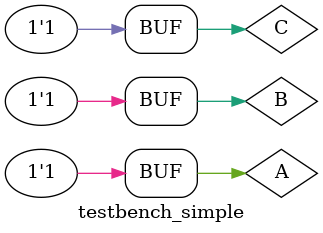
<source format=sv>
`timescale 1ns / 1ps


module testbench_simple();
    
    logic A, B, C;
    logic X, Y, Z;
    
    logica_simple DUT(
        .A(A),
        .B(B),
        .C(C),
        .X(X),
        .Y(Y),
        .Z(Z)
        );
        
    initial begin
        A = 1'b0;
        B = 1'b0;
        C = 1'b0;
        #3
        A = 1'b1;
        #6
        B = 1'b1;
        #4
        C = 1'b1;
    end
endmodule

</source>
